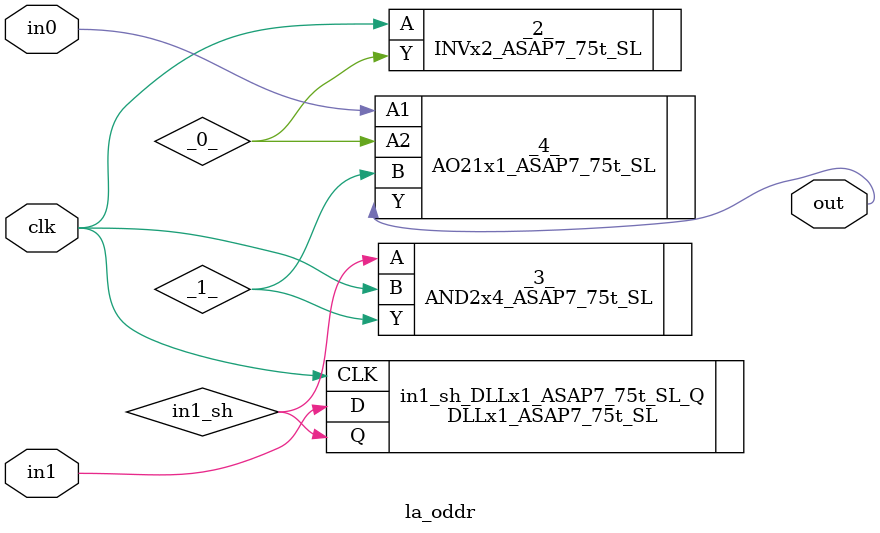
<source format=v>
/* Generated by Yosys 0.37 (git sha1 a5c7f69ed, clang 14.0.0-1ubuntu1.1 -fPIC -Os) */

module la_oddr(clk, in0, in1, out);
  wire _0_;
  wire _1_;
  input clk;
  wire clk;
  input in0;
  wire in0;
  input in1;
  wire in1;
  wire in1_sh;
  output out;
  wire out;
  INVx2_ASAP7_75t_SL _2_ (
    .A(clk),
    .Y(_0_)
  );
  AND2x4_ASAP7_75t_SL _3_ (
    .A(in1_sh),
    .B(clk),
    .Y(_1_)
  );
  AO21x1_ASAP7_75t_SL _4_ (
    .A1(in0),
    .A2(_0_),
    .B(_1_),
    .Y(out)
  );
  DLLx1_ASAP7_75t_SL in1_sh_DLLx1_ASAP7_75t_SL_Q (
    .CLK(clk),
    .D(in1),
    .Q(in1_sh)
  );
endmodule

</source>
